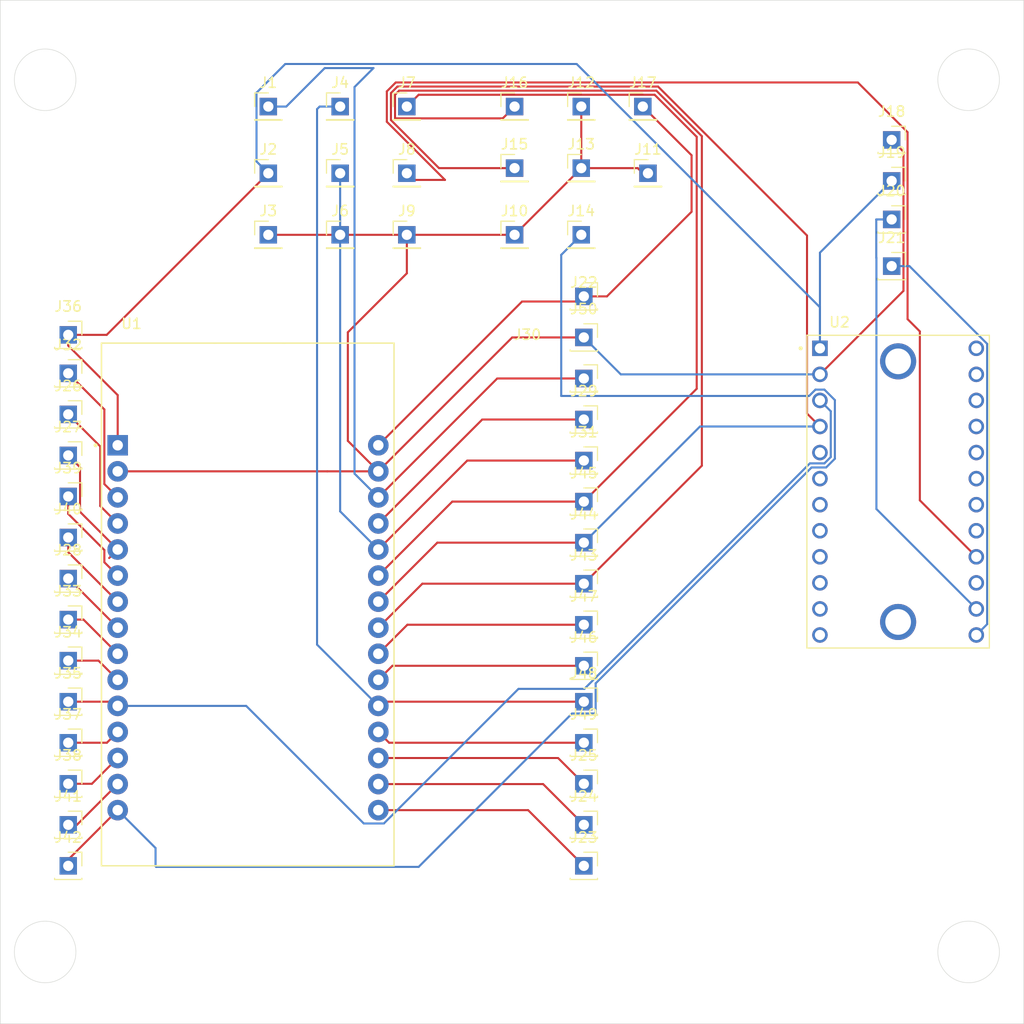
<source format=kicad_pcb>
(kicad_pcb (version 20240108) (generator "pcbnew") (generator_version "8.0")
  (layers (0 "F.Cu" signal) (31 "B.Cu" signal) (34 "B.Paste" user) (35 "F.Paste" user) (36 "B.SilkS" user "B.Silkscreen") (37 "F.SilkS" user "F.Silkscreen") (38 "B.Mask" user) (39 "F.Mask" user) (44 "Edge.Cuts" user))
  (net 0 "")
  (net 1 "Net-(J1-Pin_1)")
  (net 2 "Net-(J19-Pin_1)")
  (net 3 "Net-(J10-Pin_1)")
  (net 4 "Net-(J45-Pin_1)")
  (net 5 "Net-(J8-Pin_1)")
  (net 6 "Net-(J14-Pin_1)")
  (net 7 "Net-(J15-Pin_1)")
  (net 8 "Net-(J16-Pin_1)")
  (net 9 "Net-(J17-Pin_1)")
  (net 10 "Net-(J31-Pin_1)")
  (net 20 "Net-(J23-Pin_1)")
  (net 26 "Net-(J21-Pin_1)")
  (net 27 "Net-(J24-Pin_1)")
  (net 28 "unconnected-(U2-SCL2-Pad14)")
  (net 32 "Net-(J25-Pin_1)")
  (net 33 "Net-(J26-Pin_1)")
  (net 34 "Net-(J27-Pin_1)")
  (net 35 "Net-(J28-Pin_1)")
  (net 36 "Net-(J29-Pin_1)")
  (net 37 "Net-(J32-Pin_1)")
  (net 38 "Net-(J33-Pin_1)")
  (net 39 "Net-(J34-Pin_1)")
  (net 40 "Net-(J35-Pin_1)")
  (net 41 "Net-(J37-Pin_1)")
  (net 42 "Net-(J38-Pin_1)")
  (net 43 "Net-(J39-Pin_1)")
  (net 44 "Net-(J40-Pin_1)")
  (net 46 "Net-(J46-Pin_1)")
  (net 47 "Net-(J47-Pin_1)")
  (net 48 "Net-(J49-Pin_1)")
  (footprint "esp32d2:MODULE_ESP32_DEVKIT_V1" (layer "F.Cu") (at 74.77 96.135)
    (property "Reference" "U1" (at -11.355 -27.36 0) (layer "F.SilkS"))
    (property "Value" "ESP32-DEVKIT-V1")
    (pad "" np_thru_hole circle (at -12.28 -23.475) (size 3 3) (drill 3) (layers "*.Cu" "*.Mask"))
    (pad "" np_thru_hole circle (at -12.28 23.475) (size 3 3) (drill 3) (layers "*.Cu" "*.Mask"))
    (pad "" np_thru_hole circle (at 12.23 -23.475) (size 3 3) (drill 3) (layers "*.Cu" "*.Mask"))
    (pad "" np_thru_hole circle (at 12.23 23.475) (size 3 3) (drill 3) (layers "*.Cu" "*.Mask"))
    (pad "1" thru_hole rect (at -12.7 -15.515) (size 2 2) (drill 1.02) (layers "*.Cu" "*.Mask") (net 2 "Net-(J19-Pin_1)"))
    (pad "2" thru_hole circle (at -12.7 -12.975) (size 2 2) (drill 1.02) (layers "*.Cu" "*.Mask"))
    (pad "3" thru_hole circle (at -12.7 -10.435) (size 2 2) (drill 1.02) (layers "*.Cu" "*.Mask") (net 37 "Net-(J32-Pin_1)"))
    (pad "4" thru_hole circle (at -12.7 -7.895) (size 2 2) (drill 1.02) (layers "*.Cu" "*.Mask") (net 33 "Net-(J26-Pin_1)"))
    (pad "5" thru_hole circle (at -12.7 -5.355) (size 2 2) (drill 1.02) (layers "*.Cu" "*.Mask") (net 34 "Net-(J27-Pin_1)"))
    (pad "6" thru_hole circle (at -12.7 -2.815) (size 2 2) (drill 1.02) (layers "*.Cu" "*.Mask") (net 43 "Net-(J39-Pin_1)"))
    (pad "7" thru_hole circle (at -12.7 -0.275) (size 2 2) (drill 1.02) (layers "*.Cu" "*.Mask") (net 44 "Net-(J40-Pin_1)"))
    (pad "8" thru_hole circle (at -12.7 2.265) (size 2 2) (drill 1.02) (layers "*.Cu" "*.Mask") (net 35 "Net-(J28-Pin_1)"))
    (pad "9" thru_hole circle (at -12.7 4.805) (size 2 2) (drill 1.02) (layers "*.Cu" "*.Mask") (net 38 "Net-(J33-Pin_1)"))
    (pad "10" thru_hole circle (at -12.7 7.345) (size 2 2) (drill 1.02) (layers "*.Cu" "*.Mask") (net 39 "Net-(J34-Pin_1)"))
    (pad "11" thru_hole circle (at -12.7 9.885) (size 2 2) (drill 1.02) (layers "*.Cu" "*.Mask") (net 40 "Net-(J35-Pin_1)"))
    (pad "12" thru_hole circle (at -12.7 12.425) (size 2 2) (drill 1.02) (layers "*.Cu" "*.Mask") (net 41 "Net-(J37-Pin_1)"))
    (pad "13" thru_hole circle (at -12.7 14.965) (size 2 2) (drill 1.02) (layers "*.Cu" "*.Mask") (net 42 "Net-(J38-Pin_1)"))
    (pad "14" thru_hole circle (at -12.7 17.505) (size 2 2) (drill 1.02) (layers "*.Cu" "*.Mask") (net 7 "Net-(J15-Pin_1)"))
    (pad "15" thru_hole circle (at -12.7 20.045) (size 2 2) (drill 1.02) (layers "*.Cu" "*.Mask") (net 6 "Net-(J14-Pin_1)"))
    (pad "16" thru_hole circle (at 12.7 20.045) (size 2 2) (drill 1.02) (layers "*.Cu" "*.Mask") (net 20 "Net-(J23-Pin_1)"))
    (pad "17" thru_hole circle (at 12.7 17.505) (size 2 2) (drill 1.02) (layers "*.Cu" "*.Mask") (net 27 "Net-(J24-Pin_1)"))
    (pad "18" thru_hole circle (at 12.7 14.965) (size 2 2) (drill 1.02) (layers "*.Cu" "*.Mask") (net 32 "Net-(J25-Pin_1)"))
    (pad "19" thru_hole circle (at 12.7 12.425) (size 2 2) (drill 1.02) (layers "*.Cu" "*.Mask") (net 48 "Net-(J49-Pin_1)"))
    (pad "20" thru_hole circle (at 12.7 9.885) (size 2 2) (drill 1.02) (layers "*.Cu" "*.Mask") (net 3 "Net-(J10-Pin_1)"))
    (pad "21" thru_hole circle (at 12.7 7.345) (size 2 2) (drill 1.02) (layers "*.Cu" "*.Mask") (net 46 "Net-(J46-Pin_1)"))
    (pad "22" thru_hole circle (at 12.7 4.805) (size 2 2) (drill 1.02) (layers "*.Cu" "*.Mask") (net 47 "Net-(J47-Pin_1)"))
    (pad "23" thru_hole circle (at 12.7 2.265) (size 2 2) (drill 1.02) (layers "*.Cu" "*.Mask") (net 8 "Net-(J16-Pin_1)"))
    (pad "24" thru_hole circle (at 12.7 -0.275) (size 2 2) (drill 1.02) (layers "*.Cu" "*.Mask") (net 7 "Net-(J15-Pin_1)"))
    (pad "25" thru_hole circle (at 12.7 -2.815) (size 2 2) (drill 1.02) (layers "*.Cu" "*.Mask") (net 4 "Net-(J45-Pin_1)"))
    (pad "26" thru_hole circle (at 12.7 -5.355) (size 2 2) (drill 1.02) (layers "*.Cu" "*.Mask") (net 10 "Net-(J31-Pin_1)"))
    (pad "27" thru_hole circle (at 12.7 -7.895) (size 2 2) (drill 1.02) (layers "*.Cu" "*.Mask") (net 36 "Net-(J29-Pin_1)"))
    (pad "28" thru_hole circle (at 12.7 -10.435) (size 2 2) (drill 1.02) (layers "*.Cu" "*.Mask") (net 1 "Net-(J1-Pin_1)"))
    (pad "29" thru_hole circle (at 12.7 -12.975) (size 2 2) (drill 1.02) (layers "*.Cu" "*.Mask") (net 3 "Net-(J10-Pin_1)"))
    (pad "30" thru_hole circle (at 12.7 -15.515) (size 2 2) (drill 1.02) (layers "*.Cu" "*.Mask") (net 9 "Net-(J17-Pin_1)"))
  )
  (footprint "Connector_PinSocket_2.54mm:PinSocket_1x01_P2.54mm_Vertical" (layer "F.Cu") (at 57.25 85.61)
    (property "Reference" "J39" (at 0 -2.77 0) (layer "F.SilkS"))
    (property "Value" "Conn_01x01_Pin" (hide yes))
    (pad "1" thru_hole rect (at 0 0) (size 1.7 1.7) (drill 1) (layers "*.Cu" "*.Mask") (net 43 "Net-(J39-Pin_1)"))
  )
  (footprint "Connector_PinHeader_2.54mm:PinHeader_1x01_P2.54mm_Vertical" (layer "F.Cu") (at 100.75 60.11)
    (property "Reference" "J10" (at 0 -2.33 0) (layer "F.SilkS"))
    (property "Value" "GND")
    (pad "1" thru_hole rect (at 0 0) (size 1.7 1.7) (drill 1) (layers "*.Cu" "*.Mask") (net 3 "Net-(J10-Pin_1)"))
  )
  (footprint "Connector_PinHeader_2.54mm:PinHeader_1x01_P2.54mm_Vertical" (layer "F.Cu") (at 113.75 54.11)
    (property "Reference" "J11" (at 0 -2.33 0) (layer "F.SilkS"))
    (property "Value" "GND")
    (pad "1" thru_hole rect (at 0 0) (size 1.7 1.7) (drill 1) (layers "*.Cu" "*.Mask") (net 3 "Net-(J10-Pin_1)"))
  )
  (footprint "Connector_PinSocket_2.54mm:PinSocket_1x01_P2.54mm_Vertical" (layer "F.Cu") (at 107.5 78.11)
    (property "Reference" "J29" (at 0 -2.77 0) (layer "F.SilkS"))
    (property "Value" "Conn_01x01_Pin")
    (pad "1" thru_hole rect (at 0 0) (size 1.7 1.7) (drill 1) (layers "*.Cu" "*.Mask") (net 36 "Net-(J29-Pin_1)"))
  )
  (footprint "Connector_PinHeader_2.54mm:PinHeader_1x01_P2.54mm_Vertical" (layer "F.Cu") (at 100.75 47.61)
    (property "Reference" "J16" (at 0 -2.33 0) (layer "F.SilkS"))
    (property "Value" "D25/DAC1")
    (pad "1" thru_hole rect (at 0 0) (size 1.7 1.7) (drill 1) (layers "*.Cu" "*.Mask") (net 8 "Net-(J16-Pin_1)"))
  )
  (footprint "Connector_PinSocket_2.54mm:PinSocket_1x01_P2.54mm_Vertical" (layer "F.Cu") (at 57.25 121.61)
    (property "Reference" "J42" (at 0 -2.77 0) (layer "F.SilkS"))
    (property "Value" "Conn_01x01_Pin" (hide yes))
    (pad "1" thru_hole rect (at 0 0) (size 1.7 1.7) (drill 1) (layers "*.Cu" "*.Mask") (net 6 "Net-(J14-Pin_1)"))
  )
  (footprint "Connector_PinSocket_2.54mm:PinSocket_1x01_P2.54mm_Vertical" (layer "F.Cu") (at 107.5 74.11)
    (property "Reference" "J30" (at -5.5 -4.27 0) (layer "F.SilkS"))
    (property "Value" "Conn_01x01_Pin" (hide yes))
    (pad "1" thru_hole rect (at 0 0) (size 1.7 1.7) (drill 1) (layers "*.Cu" "*.Mask") (net 1 "Net-(J1-Pin_1)"))
  )
  (footprint "Connector_PinHeader_2.54mm:PinHeader_1x01_P2.54mm_Vertical" (layer "F.Cu") (at 90.25 54.11)
    (property "Reference" "J8" (at 0 -2.33 0) (layer "F.SilkS"))
    (property "Value" "SCL")
    (pad "1" thru_hole rect (at 0 0) (size 1.7 1.7) (drill 1) (layers "*.Cu" "*.Mask") (net 5 "Net-(J8-Pin_1)"))
  )
  (footprint "Connector_PinSocket_2.54mm:PinSocket_1x01_P2.54mm_Vertical" (layer "F.Cu") (at 57.25 69.86)
    (property "Reference" "J36" (at 0 -2.77 0) (layer "F.SilkS"))
    (property "Value" "Conn_01x01_Pin")
    (pad "1" thru_hole rect (at 0 0) (size 1.7 1.7) (drill 1) (layers "*.Cu" "*.Mask") (net 2 "Net-(J19-Pin_1)"))
  )
  (footprint "Connector_PinSocket_2.54mm:PinSocket_1x01_P2.54mm_Vertical" (layer "F.Cu") (at 107.5 113.61)
    (property "Reference" "J25" (at 0 -2.77 0) (layer "F.SilkS"))
    (property "Value" "Conn_01x01_Pin")
    (pad "1" thru_hole rect (at 0 0) (size 1.7 1.7) (drill 1) (layers "*.Cu" "*.Mask") (net 32 "Net-(J25-Pin_1)"))
  )
  (footprint "Connector_PinSocket_2.54mm:PinSocket_1x01_P2.54mm_Vertical" (layer "F.Cu") (at 107.5 90.11)
    (property "Reference" "J44" (at 0 -2.77 0) (layer "F.SilkS"))
    (property "Value" "Conn_01x01_Pin")
    (pad "1" thru_hole rect (at 0 0) (size 1.7 1.7) (drill 1) (layers "*.Cu" "*.Mask") (net 7 "Net-(J15-Pin_1)"))
  )
  (footprint "Connector_PinHeader_2.54mm:PinHeader_1x01_P2.54mm_Vertical" (layer "F.Cu") (at 90.25 47.61)
    (property "Reference" "J7" (at 0 -2.33 0) (layer "F.SilkS"))
    (property "Value" "D27")
    (pad "1" thru_hole rect (at 0 0) (size 1.7 1.7) (drill 1) (layers "*.Cu" "*.Mask") (net 4 "Net-(J45-Pin_1)"))
  )
  (footprint "Connector_PinSocket_2.54mm:PinSocket_1x01_P2.54mm_Vertical" (layer "F.Cu") (at 57.25 97.61)
    (property "Reference" "J33" (at 0 -2.77 0) (layer "F.SilkS"))
    (property "Value" "Conn_01x01_Pin" (hide yes))
    (pad "1" thru_hole rect (at 0 0) (size 1.7 1.7) (drill 1) (layers "*.Cu" "*.Mask") (net 38 "Net-(J33-Pin_1)"))
  )
  (footprint "Connector_PinSocket_2.54mm:PinSocket_1x01_P2.54mm_Vertical" (layer "F.Cu") (at 57.25 105.61)
    (property "Reference" "J35" (at 0 -2.77 0) (layer "F.SilkS"))
    (property "Value" "Conn_01x01_Pin" (hide yes))
    (pad "1" thru_hole rect (at 0 0) (size 1.7 1.7) (drill 1) (layers "*.Cu" "*.Mask") (net 40 "Net-(J35-Pin_1)"))
  )
  (footprint "Connector_PinHeader_2.54mm:PinHeader_1x01_P2.54mm_Vertical" (layer "F.Cu") (at 90.25 60.11)
    (property "Reference" "J9" (at 0 -2.33 0) (layer "F.SilkS"))
    (property "Value" "GND")
    (pad "1" thru_hole rect (at 0 0) (size 1.7 1.7) (drill 1) (layers "*.Cu" "*.Mask") (net 3 "Net-(J10-Pin_1)"))
  )
  (footprint "2717:MODULE_2717" (layer "F.Cu") (at 138.13 85.14)
    (property "Reference" "U2" (at -5.715 -16.51 0) (layer "F.SilkS"))
    (property "Value" "2717")
    (pad "1" thru_hole rect (at -7.62 -13.97) (size 1.508 1.508) (drill 1) (layers "*.Cu" "*.Mask") (net 2 "Net-(J19-Pin_1)"))
    (pad "2" thru_hole circle (at -7.62 -11.43) (size 1.508 1.508) (drill 1) (layers "*.Cu" "*.Mask") (net 3 "Net-(J10-Pin_1)"))
    (pad "3" thru_hole circle (at -7.62 -8.89) (size 1.508 1.508) (drill 1) (layers "*.Cu" "*.Mask") (net 40 "Net-(J35-Pin_1)"))
    (pad "4" thru_hole circle (at -7.62 -6.35) (size 1.508 1.508) (drill 1) (layers "*.Cu" "*.Mask") (net 7 "Net-(J15-Pin_1)"))
    (pad "5" thru_hole circle (at -7.62 -3.81) (size 1.508 1.508) (drill 1) (layers "*.Cu" "*.Mask"))
    (pad "6" thru_hole circle (at -7.62 -1.27) (size 1.508 1.508) (drill 1) (layers "*.Cu" "*.Mask"))
    (pad "7" thru_hole circle (at -7.62 1.27) (size 1.508 1.508) (drill 1) (layers "*.Cu" "*.Mask"))
    (pad "8" thru_hole circle (at -7.62 3.81) (size 1.508 1.508) (drill 1) (layers "*.Cu" "*.Mask"))
    (pad "9" thru_hole circle (at -7.62 6.35) (size 1.508 1.508) (drill 1) (layers "*.Cu" "*.Mask"))
    (pad "10" thru_hole circle (at -7.62 8.89) (size 1.508 1.508) (drill 1) (layers "*.Cu" "*.Mask"))
    (pad "11" thru_hole circle (at -7.62 11.43) (size 1.508 1.508) (drill 1) (layers "*.Cu" "*.Mask"))
    (pad "12" thru_hole circle (at -7.62 13.97) (size 1.508 1.508) (drill 1) (layers "*.Cu" "*.Mask"))
    (pad "13" thru_hole circle (at 7.62 13.97) (size 1.508 1.508) (drill 1) (layers "*.Cu" "*.Mask") (net 26 "Net-(J21-Pin_1)"))
    (pad "14" thru_hole circle (at 7.62 11.43) (size 1.508 1.508) (drill 1) (layers "*.Cu" "*.Mask") (net 28 "unconnected-(U2-SCL2-Pad14)"))
    (pad "15" thru_hole circle (at 7.62 8.89) (size 1.508 1.508) (drill 1) (layers "*.Cu" "*.Mask"))
    (pad "16" thru_hole circle (at 7.62 6.35) (size 1.508 1.508) (drill 1) (layers "*.Cu" "*.Mask") (net 5 "Net-(J8-Pin_1)"))
    (pad "17" thru_hole circle (at 7.62 3.81) (size 1.508 1.508) (drill 1) (layers "*.Cu" "*.Mask"))
    (pad "18" thru_hole circle (at 7.62 1.27) (size 1.508 1.508) (drill 1) (layers "*.Cu" "*.Mask"))
    (pad "19" thru_hole circle (at 7.62 -1.27) (size 1.508 1.508) (drill 1) (layers "*.Cu" "*.Mask"))
    (pad "20" thru_hole circle (at 7.62 -3.81) (size 1.508 1.508) (drill 1) (layers "*.Cu" "*.Mask"))
    (pad "21" thru_hole circle (at 7.62 -6.35) (size 1.508 1.508) (drill 1) (layers "*.Cu" "*.Mask"))
    (pad "22" thru_hole circle (at 7.62 -8.89) (size 1.508 1.508) (drill 1) (layers "*.Cu" "*.Mask"))
    (pad "23" thru_hole circle (at 7.62 -11.43) (size 1.508 1.508) (drill 1) (layers "*.Cu" "*.Mask"))
    (pad "24" thru_hole circle (at 7.62 -13.97) (size 1.508 1.508) (drill 1) (layers "*.Cu" "*.Mask"))
    (pad "P1" thru_hole circle (at 0 -12.7) (size 3.516 3.516) (drill 2.5) (layers "*.Cu" "*.Mask"))
    (pad "P2" thru_hole circle (at 0 12.7) (size 3.516 3.516) (drill 2.5) (layers "*.Cu" "*.Mask"))
  )
  (footprint "Connector_PinHeader_2.54mm:PinHeader_1x01_P2.54mm_Vertical" (layer "F.Cu") (at 107.25 53.61)
    (property "Reference" "J13" (at 0 -2.33 0) (layer "F.SilkS"))
    (property "Value" "GND")
    (pad "1" thru_hole rect (at 0 0) (size 1.7 1.7) (drill 1) (layers "*.Cu" "*.Mask") (net 3 "Net-(J10-Pin_1)"))
  )
  (footprint "Connector_PinSocket_2.54mm:PinSocket_1x01_P2.54mm_Vertical" (layer "F.Cu") (at 107.5 94.11)
    (property "Reference" "J43" (at 0 -2.77 0) (layer "F.SilkS"))
    (property "Value" "Conn_01x01_Pin")
    (pad "1" thru_hole rect (at 0 0) (size 1.7 1.7) (drill 1) (layers "*.Cu" "*.Mask") (net 8 "Net-(J16-Pin_1)"))
  )
  (footprint "Connector_PinSocket_2.54mm:PinSocket_1x01_P2.54mm_Vertical" (layer "F.Cu") (at 107.5 82.11)
    (property "Reference" "J31" (at 0 -2.77 0) (layer "F.SilkS"))
    (property "Value" "Conn_01x01_Pin")
    (pad "1" thru_hole rect (at 0 0) (size 1.7 1.7) (drill 1) (layers "*.Cu" "*.Mask") (net 10 "Net-(J31-Pin_1)"))
  )
  (footprint "Connector_PinSocket_2.54mm:PinSocket_1x01_P2.54mm_Vertical" (layer "F.Cu") (at 107.5 70.11)
    (property "Reference" "J50" (at 0 -2.77 0) (layer "F.SilkS"))
    (property "Value" "Conn_01x01_Pin")
    (pad "1" thru_hole rect (at 0 0) (size 1.7 1.7) (drill 1) (layers "*.Cu" "*.Mask") (net 3 "Net-(J10-Pin_1)"))
  )
  (footprint "Connector_PinSocket_2.54mm:PinSocket_1x01_P2.54mm_Vertical" (layer "F.Cu") (at 137.5 50.86)
    (property "Reference" "J18" (at 0 -2.77 0) (layer "F.SilkS"))
    (property "Value" "DISP GND")
    (pad "1" thru_hole rect (at 0 0) (size 1.7 1.7) (drill 1) (layers "*.Cu" "*.Mask") (net 3 "Net-(J10-Pin_1)"))
  )
  (footprint "Connector_PinSocket_2.54mm:PinSocket_1x01_P2.54mm_Vertical" (layer "F.Cu") (at 57.25 73.61)
    (property "Reference" "J32" (at 0 -2.77 0) (layer "F.SilkS"))
    (property "Value" "Conn_01x01_Pin")
    (pad "1" thru_hole rect (at 0 0) (size 1.7 1.7) (drill 1) (layers "*.Cu" "*.Mask") (net 37 "Net-(J32-Pin_1)"))
  )
  (footprint "Connector_PinSocket_2.54mm:PinSocket_1x01_P2.54mm_Vertical" (layer "F.Cu") (at 57.25 93.61)
    (property "Reference" "J28" (at 0 -2.77 0) (layer "F.SilkS"))
    (property "Value" "Conn_01x01_Pin" (hide yes))
    (pad "1" thru_hole rect (at 0 0) (size 1.7 1.7) (drill 1) (layers "*.Cu" "*.Mask") (net 35 "Net-(J28-Pin_1)"))
  )
  (footprint "Connector_PinSocket_2.54mm:PinSocket_1x01_P2.54mm_Vertical" (layer "F.Cu") (at 57.25 109.61)
    (property "Reference" "J37" (at 0 -2.77 0) (layer "F.SilkS"))
    (property "Value" "Conn_01x01_Pin" (hide yes))
    (pad "1" thru_hole rect (at 0 0) (size 1.7 1.7) (drill 1) (layers "*.Cu" "*.Mask") (net 41 "Net-(J37-Pin_1)"))
  )
  (footprint "Connector_PinHeader_2.54mm:PinHeader_1x01_P2.54mm_Vertical" (layer "F.Cu") (at 76.75 47.61)
    (property "Reference" "J1" (at 0 -2.33 0) (layer "F.SilkS"))
    (property "Value" "D13")
    (pad "1" thru_hole rect (at 0 0) (size 1.7 1.7) (drill 1) (layers "*.Cu" "*.Mask") (net 1 "Net-(J1-Pin_1)"))
  )
  (footprint "Connector_PinSocket_2.54mm:PinSocket_1x01_P2.54mm_Vertical" (layer "F.Cu") (at 57.25 77.61)
    (property "Reference" "J26" (at 0 -2.77 0) (layer "F.SilkS"))
    (property "Value" "Conn_01x01_Pin" (hide yes))
    (pad "1" thru_hole rect (at 0 0) (size 1.7 1.7) (drill 1) (layers "*.Cu" "*.Mask") (net 33 "Net-(J26-Pin_1)"))
  )
  (footprint "Connector_PinSocket_2.54mm:PinSocket_1x01_P2.54mm_Vertical" (layer "F.Cu") (at 137.5 63.16)
    (property "Reference" "J21" (at 0 -2.77 0) (layer "F.SilkS"))
    (property "Value" "DISP SDA")
    (pad "1" thru_hole rect (at 0 0) (size 1.7 1.7) (drill 1) (layers "*.Cu" "*.Mask") (net 26 "Net-(J21-Pin_1)"))
  )
  (footprint "Connector_PinHeader_2.54mm:PinHeader_1x01_P2.54mm_Vertical" (layer "F.Cu") (at 76.75 54.11)
    (property "Reference" "J2" (at 0 -2.33 0) (layer "F.SilkS"))
    (property "Value" "VCC")
    (pad "1" thru_hole rect (at 0 0) (size 1.7 1.7) (drill 1) (layers "*.Cu" "*.Mask") (net 2 "Net-(J19-Pin_1)"))
  )
  (footprint "Connector_PinSocket_2.54mm:PinSocket_1x01_P2.54mm_Vertical" (layer "F.Cu") (at 107.5 102.11)
    (property "Reference" "J46" (at 0 -2.77 0) (layer "F.SilkS"))
    (property "Value" "Conn_01x01_Pin")
    (pad "1" thru_hole rect (at 0 0) (size 1.7 1.7) (drill 1) (layers "*.Cu" "*.Mask") (net 46 "Net-(J46-Pin_1)"))
  )
  (footprint "Connector_PinSocket_2.54mm:PinSocket_1x01_P2.54mm_Vertical" (layer "F.Cu") (at 107.5 117.61)
    (property "Reference" "J24" (at 0 -2.77 0) (layer "F.SilkS"))
    (property "Value" "Conn_01x01_Pin")
    (pad "1" thru_hole rect (at 0 0) (size 1.7 1.7) (drill 1) (layers "*.Cu" "*.Mask") (net 27 "Net-(J24-Pin_1)"))
  )
  (footprint "Connector_PinSocket_2.54mm:PinSocket_1x01_P2.54mm_Vertical" (layer "F.Cu") (at 57.25 81.61)
    (property "Reference" "J27" (at 0 -2.77 0) (layer "F.SilkS"))
    (property "Value" "Conn_01x01_Pin" (hide yes))
    (pad "1" thru_hole rect (at 0 0) (size 1.7 1.7) (drill 1) (layers "*.Cu" "*.Mask") (net 34 "Net-(J27-Pin_1)"))
  )
  (footprint "Connector_PinHeader_2.54mm:PinHeader_1x01_P2.54mm_Vertical" (layer "F.Cu") (at 83.75 54.11)
    (property "Reference" "J5" (at 0 -2.33 0) (layer "F.SilkS"))
    (property "Value" "D14")
    (pad "1" thru_hole rect (at 0 0) (size 1.7 1.7) (drill 1) (layers "*.Cu" "*.Mask") (net 10 "Net-(J31-Pin_1)"))
  )
  (footprint "Connector_PinSocket_2.54mm:PinSocket_1x01_P2.54mm_Vertical" (layer "F.Cu") (at 107.5 121.61)
    (property "Reference" "J23" (at 0 -2.77 0) (layer "F.SilkS"))
    (property "Value" "Conn_01x01_Pin")
    (pad "1" thru_hole rect (at 0 0) (size 1.7 1.7) (drill 1) (layers "*.Cu" "*.Mask") (net 20 "Net-(J23-Pin_1)"))
  )
  (footprint "Connector_PinSocket_2.54mm:PinSocket_1x01_P2.54mm_Vertical" (layer "F.Cu") (at 107.5 109.61)
    (property "Reference" "J49" (at 0 -2.77 0) (layer "F.SilkS"))
    (property "Value" "Conn_01x01_Pin")
    (pad "1" thru_hole rect (at 0 0) (size 1.7 1.7) (drill 1) (layers "*.Cu" "*.Mask") (net 48 "Net-(J49-Pin_1)"))
  )
  (footprint "Connector_PinHeader_2.54mm:PinHeader_1x01_P2.54mm_Vertical" (layer "F.Cu") (at 83.75 60.11)
    (property "Reference" "J6" (at 0 -2.33 0) (layer "F.SilkS"))
    (property "Value" "GND")
    (pad "1" thru_hole rect (at 0 0) (size 1.7 1.7) (drill 1) (layers "*.Cu" "*.Mask") (net 3 "Net-(J10-Pin_1)"))
  )
  (footprint "Connector_PinHeader_2.54mm:PinHeader_1x01_P2.54mm_Vertical" (layer "F.Cu") (at 100.75 53.61)
    (property "Reference" "J15" (at 0 -2.33 0) (layer "F.SilkS"))
    (property "Value" "D26/DAC2")
    (pad "1" thru_hole rect (at 0 0) (size 1.7 1.7) (drill 1) (layers "*.Cu" "*.Mask") (net 7 "Net-(J15-Pin_1)"))
  )
  (footprint "Connector_PinHeader_2.54mm:PinHeader_1x01_P2.54mm_Vertical" (layer "F.Cu") (at 113.25 47.61)
    (property "Reference" "J17" (at 0 -2.33 0) (layer "F.SilkS"))
    (property "Value" "VIN")
    (pad "1" thru_hole rect (at 0 0) (size 1.7 1.7) (drill 1) (layers "*.Cu" "*.Mask") (net 9 "Net-(J17-Pin_1)"))
  )
  (footprint "Connector_PinHeader_2.54mm:PinHeader_1x01_P2.54mm_Vertical" (layer "F.Cu") (at 107.25 47.61)
    (property "Reference" "J12" (at 0 -2.33 0) (layer "F.SilkS"))
    (property "Value" "GND")
    (pad "1" thru_hole rect (at 0 0) (size 1.7 1.7) (drill 1) (layers "*.Cu" "*.Mask") (net 3 "Net-(J10-Pin_1)"))
  )
  (footprint "Connector_PinSocket_2.54mm:PinSocket_1x01_P2.54mm_Vertical" (layer "F.Cu") (at 57.25 117.61)
    (property "Reference" "J41" (at 0 -2.77 0) (layer "F.SilkS"))
    (property "Value" "Conn_01x01_Pin" (hide yes))
    (pad "1" thru_hole rect (at 0 0) (size 1.7 1.7) (drill 1) (layers "*.Cu" "*.Mask") (net 7 "Net-(J15-Pin_1)"))
  )
  (footprint "Connector_PinSocket_2.54mm:PinSocket_1x01_P2.54mm_Vertical" (layer "F.Cu") (at 107.5 86.11)
    (property "Reference" "J45" (at 0 -2.77 0) (layer "F.SilkS"))
    (property "Value" "Conn_01x01_Pin")
    (pad "1" thru_hole rect (at 0 0) (size 1.7 1.7) (drill 1) (layers "*.Cu" "*.Mask") (net 4 "Net-(J45-Pin_1)"))
  )
  (footprint "Connector_PinSocket_2.54mm:PinSocket_1x01_P2.54mm_Vertical" (layer "F.Cu") (at 57.25 89.61)
    (property "Reference" "J40" (at 0 -2.77 0) (layer "F.SilkS"))
    (property "Value" "Conn_01x01_Pin" (hide yes))
    (pad "1" thru_hole rect (at 0 0) (size 1.7 1.7) (drill 1) (layers "*.Cu" "*.Mask") (net 44 "Net-(J40-Pin_1)"))
  )
  (footprint "Connector_PinHeader_2.54mm:PinHeader_1x01_P2.54mm_Vertical" (layer "F.Cu") (at 83.75 47.61)
    (property "Reference" "J4" (at 0 -2.33 0) (layer "F.SilkS"))
    (property "Value" "D35 ADC")
    (pad "1" thru_hole rect (at 0 0) (size 1.7 1.7) (drill 1) (layers "*.Cu" "*.Mask") (net 3 "Net-(J10-Pin_1)"))
  )
  (footprint "Connector_PinHeader_2.54mm:PinHeader_1x01_P2.54mm_Vertical" (layer "F.Cu") (at 107.25 60.11)
    (property "Reference" "J14" (at 0 -2.33 0) (layer "F.SilkS"))
    (property "Value" "D23")
    (pad "1" thru_hole rect (at 0 0) (size 1.7 1.7) (drill 1) (layers "*.Cu" "*.Mask") (net 6 "Net-(J14-Pin_1)"))
  )
  (footprint "Connector_PinHeader_2.54mm:PinHeader_1x01_P2.54mm_Vertical" (layer "F.Cu") (at 76.75 60.11)
    (property "Reference" "J3" (at 0 -2.33 0) (layer "F.SilkS"))
    (property "Value" "GND")
    (pad "1" thru_hole rect (at 0 0) (size 1.7 1.7) (drill 1) (layers "*.Cu" "*.Mask") (net 3 "Net-(J10-Pin_1)"))
  )
  (footprint "Connector_PinSocket_2.54mm:PinSocket_1x01_P2.54mm_Vertical" (layer "F.Cu") (at 107.5 105.61)
    (property "Reference" "J48" (at 0 -2.77 0) (layer "F.SilkS"))
    (property "Value" "Conn_01x01_Pin")
    (pad "1" thru_hole rect (at 0 0) (size 1.7 1.7) (drill 1) (layers "*.Cu" "*.Mask") (net 3 "Net-(J10-Pin_1)"))
  )
  (footprint "Connector_PinSocket_2.54mm:PinSocket_1x01_P2.54mm_Vertical" (layer "F.Cu") (at 57.25 101.61)
    (property "Reference" "J34" (at 0 -2.77 0) (layer "F.SilkS"))
    (property "Value" "Conn_01x01_Pin" (hide yes))
    (pad "1" thru_hole rect (at 0 0) (size 1.7 1.7) (drill 1) (layers "*.Cu" "*.Mask") (net 39 "Net-(J34-Pin_1)"))
  )
  (footprint "Connector_PinSocket_2.54mm:PinSocket_1x01_P2.54mm_Vertical" (layer "F.Cu") (at 137.5 58.61)
    (property "Reference" "J20" (at 0 -2.77 0) (layer "F.SilkS"))
    (property "Value" "DISP SCL")
    (pad "1" thru_hole rect (at 0 0) (size 1.7 1.7) (drill 1) (layers "*.Cu" "*.Mask"))
  )
  (footprint "Connector_PinSocket_2.54mm:PinSocket_1x01_P2.54mm_Vertical" (layer "F.Cu") (at 57.25 113.61)
    (property "Reference" "J38" (at 0 -2.77 0) (layer "F.SilkS"))
    (property "Value" "Conn_01x01_Pin" (hide yes))
    (pad "1" thru_hole rect (at 0 0) (size 1.7 1.7) (drill 1) (layers "*.Cu" "*.Mask") (net 42 "Net-(J38-Pin_1)"))
  )
  (footprint "Connector_PinSocket_2.54mm:PinSocket_1x01_P2.54mm_Vertical" (layer "F.Cu") (at 107.5 66.11)
    (property "Reference" "J22" (at 0 -1.36 0) (layer "F.SilkS"))
    (property "Value" "Conn_01x01_Pin")
    (pad "1" thru_hole rect (at 0 0) (size 1.7 1.7) (drill 1) (layers "*.Cu" "*.Mask") (net 9 "Net-(J17-Pin_1)"))
  )
  (footprint "Connector_PinSocket_2.54mm:PinSocket_1x01_P2.54mm_Vertical" (layer "F.Cu") (at 137.5 54.86)
    (property "Reference" "J19" (at 0 -2.77 0) (layer "F.SilkS"))
    (property "Value" "DISP VCC")
    (pad "1" thru_hole rect (at 0 0) (size 1.7 1.7) (drill 1) (layers "*.Cu" "*.Mask") (net 2 "Net-(J19-Pin_1)"))
  )
  (footprint "Connector_PinSocket_2.54mm:PinSocket_1x01_P2.54mm_Vertical" (layer "F.Cu") (at 107.5 98.11)
    (property "Reference" "J47" (at 0 -2.77 0) (layer "F.SilkS"))
    (property "Value" "Conn_01x01_Pin")
    (pad "1" thru_hole rect (at 0 0) (size 1.7 1.7) (drill 1) (layers "*.Cu" "*.Mask") (net 47 "Net-(J47-Pin_1)"))
  )
  (gr_line (start 136 62.36) (end 136 58.61) (stroke (width 0.2)) (layer "B.Cu") (net 28))
  (gr_line (start 137.5 58.61) (end 136 58.61) (stroke (width 0.2)) (layer "B.Cu") (net 28))
  (gr_circle (center 55 45) (end 58 45) (stroke (width 0.05)) (fill none) (layer "Edge.Cuts"))
  (gr_rect (start 50.625 37.25) (end 150.375 137) (stroke (width 0.05)) (fill none) (layer "Edge.Cuts"))
  (gr_circle (center 145 45) (end 148 45) (stroke (width 0.05)) (fill none) (layer "Edge.Cuts"))
  (gr_circle (center 145 130) (end 148 130) (stroke (width 0.05)) (fill none) (layer "Edge.Cuts"))
  (gr_circle (center 55 130) (end 58 130) (stroke (width 0.05)) (fill none) (layer "Edge.Cuts"))
  (segment (start 107.5 74.11) (end 99.06 74.11) (width 0.2) (layer "F.Cu") (net 1))
  (segment (start 99.06 74.11) (end 87.47 85.7) (width 0.2) (layer "F.Cu") (net 1))
  (segment (start 76.75 47.61) (end 78.5 47.61) (width 0.2) (layer "B.Cu") (net 1))
  (segment (start 78.5 47.61) (end 82.25 43.86) (width 0.2) (layer "B.Cu") (net 1))
  (segment (start 85.15 45.71) (end 85.15 83.38) (width 0.2) (layer "B.Cu") (net 1))
  (segment (start 82.25 43.86) (end 87 43.86) (width 0.2) (layer "B.Cu") (net 1))
  (segment (start 85.15 83.38) (end 87.47 85.7) (width 0.2) (layer "B.Cu") (net 1))
  (segment (start 87 43.86) (end 85.15 45.71) (width 0.2) (layer "B.Cu") (net 1))
  (segment (start 57.25 70.91) (end 62.07 75.73) (width 0.2) (layer "F.Cu") (net 2))
  (segment (start 57.25 69.86) (end 57.25 70.91) (width 0.2) (layer "F.Cu") (net 2))
  (segment (start 57.25 69.86) (end 61 69.86) (width 0.2) (layer "F.Cu") (net 2))
  (segment (start 61 69.86) (end 76.75 54.11) (width 0.2) (layer "F.Cu") (net 2))
  (segment (start 62.07 75.73) (end 62.07 80.62) (width 0.2) (layer "F.Cu") (net 2))
  (segment (start 130.51 67.17) (end 106.8 43.46) (width 0.2) (layer "B.Cu") (net 2))
  (segment (start 75.6 52.96) (end 76.75 54.11) (width 0.2) (layer "B.Cu") (net 2))
  (segment (start 78.4 43.46) (end 75.6 46.26) (width 0.2) (layer "B.Cu") (net 2))
  (segment (start 130.51 71.17) (end 130.51 67.17) (width 0.2) (layer "B.Cu") (net 2))
  (segment (start 75.6 46.26) (end 75.6 52.96) (width 0.2) (layer "B.Cu") (net 2))
  (segment (start 130.51 61.85) (end 130.51 71.17) (width 0.2) (layer "B.Cu") (net 2))
  (segment (start 137.5 54.86) (end 130.51 61.85) (width 0.2) (layer "B.Cu") (net 2))
  (segment (start 106.8 43.46) (end 78.4 43.46) (width 0.2) (layer "B.Cu") (net 2))
  (segment (start 84.5 69.61) (end 84.5 80.19) (width 0.2) (layer "F.Cu") (net 3))
  (segment (start 112.75 53.61) (end 107.25 53.61) (width 0.2) (layer "F.Cu") (net 3))
  (segment (start 83.75 60.11) (end 76.75 60.11) (width 0.2) (layer "F.Cu") (net 3))
  (segment (start 82.5 83.16) (end 62.07 83.16) (width 0.2) (layer "F.Cu") (net 3))
  (segment (start 87.47 83.16) (end 82.5 83.16) (width 0.2) (layer "F.Cu") (net 3))
  (segment (start 87.88 105.61) (end 87.47 106.02) (width 0.2) (layer "F.Cu") (net 3))
  (segment (start 107.25 53.61) (end 100.75 60.11) (width 0.2) (layer "F.Cu") (net 3))
  (segment (start 107.25 47.61) (end 107.25 53.61) (width 0.2) (layer "F.Cu") (net 3))
  (segment (start 113.25 54.11) (end 112.75 53.61) (width 0.2) (layer "F.Cu") (net 3))
  (segment (start 107.5 105.61) (end 87.88 105.61) (width 0.2) (layer "F.Cu") (net 3))
  (segment (start 100.75 60.11) (end 90.25 60.11) (width 0.2) (layer "F.Cu") (net 3))
  (segment (start 138.65 52.01) (end 138.65 65.57) (width 0.2) (layer "F.Cu") (net 3))
  (segment (start 100.52 70.11) (end 87.47 83.16) (width 0.2) (layer "F.Cu") (net 3))
  (segment (start 90.25 60.11) (end 83.75 60.11) (width 0.2) (layer "F.Cu") (net 3))
  (segment (start 90.25 63.86) (end 84.5 69.61) (width 0.2) (layer "F.Cu") (net 3))
  (segment (start 84.5 80.19) (end 87.47 83.16) (width 0.2) (layer "F.Cu") (net 3))
  (segment (start 113.75 54.11) (end 113.25 54.11) (width 0.2) (layer "F.Cu") (net 3))
  (segment (start 107.5 70.11) (end 100.52 70.11) (width 0.2) (layer "F.Cu") (net 3))
  (segment (start 96.14 82.11) (end 87.47 90.78) (width 0.2) (layer "F.Cu") (net 3))
  (segment (start 137.5 50.86) (end 138.65 52.01) (width 0.2) (layer "F.Cu") (net 3))
  (segment (start 90.25 60.11) (end 90.25 63.86) (width 0.2) (layer "F.Cu") (net 3))
  (segment (start 107.5 82.11) (end 96.14 82.11) (width 0.2) (layer "F.Cu") (net 3))
  (segment (start 76.75 60.11) (end 76.25 60.61) (width 0.2) (layer "F.Cu") (net 3))
  (segment (start 138.65 65.57) (end 130.51 73.71) (width 0.2) (layer "F.Cu") (net 3))
  (segment (start 81.75 47.61) (end 81.5 47.86) (width 0.2) (layer "B.Cu") (net 3))
  (segment (start 111.1 73.71) (end 107.5 70.11) (width 0.2) (layer "B.Cu") (net 3))
  (segment (start 83.75 87.06) (end 87.47 90.78) (width 0.2) (layer "B.Cu") (net 3))
  (segment (start 81.5 47.86) (end 81.5 100.05) (width 0.2) (layer "B.Cu") (net 3))
  (segment (start 83.75 47.61) (end 81.75 47.61) (width 0.2) (layer "B.Cu") (net 3))
  (segment (start 81.5 100.05) (end 87.47 106.02) (width 0.2) (layer "B.Cu") (net 3))
  (segment (start 130.51 73.71) (end 111.1 73.71) (width 0.2) (layer "B.Cu") (net 3))
  (segment (start 83.75 54.11) (end 83.75 87.06) (width 0.2) (layer "B.Cu") (net 3))
  (segment (start 94.68 86.11) (end 87.47 93.32) (width 0.2) (layer "F.Cu") (net 4))
  (segment (start 118.5 50.56) (end 118.5 75.11) (width 0.2) (layer "F.Cu") (net 4))
  (segment (start 118.5 75.11) (end 107.5 86.11) (width 0.2) (layer "F.Cu") (net 4))
  (segment (start 90.25 47.61) (end 91.4 46.46) (width 0.2) (layer "F.Cu") (net 4))
  (segment (start 91.4 46.46) (end 114.4 46.46) (width 0.2) (layer "F.Cu") (net 4))
  (segment (start 107.5 86.11) (end 94.68 86.11) (width 0.2) (layer "F.Cu") (net 4))
  (segment (start 114.4 46.46) (end 118.5 50.56) (width 0.2) (layer "F.Cu") (net 4))
  (segment (start 140.246 69.523418) (end 140.246 85.986) (width 0.2) (layer "F.Cu") (net 5))
  (segment (start 88.3 46.128628) (end 89.168628 45.26) (width 0.2) (layer "F.Cu") (net 5))
  (segment (start 139.05 50.11) (end 139.05 68.327418) (width 0.2) (layer "F.Cu") (net 5))
  (segment (start 140.246 85.986) (end 145.75 91.49) (width 0.2) (layer "F.Cu") (net 5))
  (segment (start 90.9 54.76) (end 93.968629 54.76) (width 0.2) (layer "F.Cu") (net 5))
  (segment (start 134.2 45.26) (end 139.05 50.11) (width 0.2) (layer "F.Cu") (net 5))
  (segment (start 93.968629 54.76) (end 88.3 49.091371) (width 0.2) (layer "F.Cu") (net 5))
  (segment (start 89.168628 45.26) (end 134.2 45.26) (width 0.2) (layer "F.Cu") (net 5))
  (segment (start 139.05 68.327418) (end 140.246 69.523418) (width 0.2) (layer "F.Cu") (net 5))
  (segment (start 90.25 54.11) (end 90.9 54.76) (width 0.2) (layer "F.Cu") (net 5))
  (segment (start 88.3 49.091371) (end 88.3 46.128628) (width 0.2) (layer "F.Cu") (net 5))
  (segment (start 57.25 121.61) (end 57.25 121) (width 0.2) (layer "F.Cu") (net 6))
  (segment (start 57.25 121) (end 62.07 116.18) (width 0.2) (layer "F.Cu") (net 6))
  (segment (start 105.296582 75.813418) (end 129.456 75.813418) (width 0.2) (layer "B.Cu") (net 6))
  (segment (start 130.946582 75.196) (end 131.964 76.213418) (width 0.2) (layer "B.Cu") (net 6))
  (segment (start 65.818578 121.71) (end 65.76 121.651422) (width 0.2) (layer "B.Cu") (net 6))
  (segment (start 131.112268 82.784) (end 129.691686 82.784) (width 0.2) (layer "B.Cu") (net 6))
  (segment (start 65.76 121.651422) (end 65.76 119.87) (width 0.2) (layer "B.Cu") (net 6))
  (segment (start 108.65 103.825686) (end 108.65 106.76) (width 0.2) (layer "B.Cu") (net 6))
  (segment (start 131.964 76.213418) (end 131.964 81.932268) (width 0.2) (layer "B.Cu") (net 6))
  (segment (start 130.073418 75.196) (end 130.946582 75.196) (width 0.2) (layer "B.Cu") (net 6))
  (segment (start 108.65 106.76) (end 106.35 106.76) (width 0.2) (layer "B.Cu") (net 6))
  (segment (start 105.296582 62.063418) (end 105.296582 75.813418) (width 0.2) (layer "B.Cu") (net 6))
  (segment (start 91.4 121.71) (end 65.818578 121.71) (width 0.2) (layer "B.Cu") (net 6))
  (segment (start 107.25 60.11) (end 105.296582 62.063418) (width 0.2) (layer "B.Cu") (net 6))
  (segment (start 129.691686 82.784) (end 108.65 103.825686) (width 0.2) (layer "B.Cu") (net 6))
  (segment (start 106.35 106.76) (end 91.4 121.71) (width 0.2) (layer "B.Cu") (net 6))
  (segment (start 65.76 119.87) (end 62.07 116.18) (width 0.2) (layer "B.Cu") (net 6))
  (segment (start 129.456 75.813418) (end 130.073418 75.196) (width 0.2) (layer "B.Cu") (net 6))
  (segment (start 131.964 81.932268) (end 131.112268 82.784) (width 0.2) (layer "B.Cu") (net 6))
  (segment (start 100.75 53.61) (end 93.384315 53.61) (width 0.2) (layer "F.Cu") (net 7))
  (segment (start 129.25 77.53) (end 130.51 78.79) (width 0.2) (layer "F.Cu") (net 7))
  (segment (start 114.731372 45.66) (end 129.25 60.178628) (width 0.2) (layer "F.Cu") (net 7))
  (segment (start 129.25 60.178628) (end 129.25 77.53) (width 0.2) (layer "F.Cu") (net 7))
  (segment (start 88.7 48.925685) (end 88.7 46.294314) (width 0.2) (layer "F.Cu") (net 7))
  (segment (start 87.47 95.86) (end 93.22 90.11) (width 0.2) (layer "F.Cu") (net 7))
  (segment (start 58.1 117.61) (end 62.07 113.64) (width 0.2) (layer "F.Cu") (net 7))
  (segment (start 88.7 46.294314) (end 89.334314 45.66) (width 0.2) (layer "F.Cu") (net 7))
  (segment (start 57.25 117.61) (end 58.1 117.61) (width 0.2) (layer "F.Cu") (net 7))
  (segment (start 93.384315 53.61) (end 88.7 48.925685) (width 0.2) (layer "F.Cu") (net 7))
  (segment (start 89.334314 45.66) (end 114.731372 45.66) (width 0.2) (layer "F.Cu") (net 7))
  (segment (start 93.22 90.11) (end 107.5 90.11) (width 0.2) (layer "F.Cu") (net 7))
  (segment (start 130.51 78.79) (end 118.82 78.79) (width 0.2) (layer "B.Cu") (net 7))
  (segment (start 118.82 78.79) (end 107.5 90.11) (width 0.2) (layer "B.Cu") (net 7))
  (segment (start 91.76 94.11) (end 87.47 98.4) (width 0.2) (layer "F.Cu") (net 8))
  (segment (start 89.5 46.06) (end 114.565686 46.06) (width 0.2) (layer "F.Cu") (net 8))
  (segment (start 119 50.494314) (end 119 82.61) (width 0.2) (layer "F.Cu") (net 8))
  (segment (start 100.75 47.61) (end 99.6 48.76) (width 0.2) (layer "F.Cu") (net 8))
  (segment (start 114.565686 46.06) (end 119 50.494314) (width 0.2) (layer "F.Cu") (net 8))
  (segment (start 89.1 48.76) (end 89.1 46.46) (width 0.2) (layer "F.Cu") (net 8))
  (segment (start 119 82.61) (end 107.5 94.11) (width 0.2) (layer "F.Cu") (net 8))
  (segment (start 89.1 46.46) (end 89.5 46.06) (width 0.2) (layer "F.Cu") (net 8))
  (segment (start 107.5 94.11) (end 91.76 94.11) (width 0.2) (layer "F.Cu") (net 8))
  (segment (start 99.6 48.76) (end 89.1 48.76) (width 0.2) (layer "F.Cu") (net 8))
  (segment (start 118 57.86) (end 118 52.36) (width 0.2) (layer "F.Cu") (net 9))
  (segment (start 109.75 66.11) (end 118 57.86) (width 0.2) (layer "F.Cu") (net 9))
  (segment (start 107 66.61) (end 101.48 66.61) (width 0.2) (layer "F.Cu") (net 9))
  (segment (start 101.48 66.61) (end 87.47 80.62) (width 0.2) (layer "F.Cu") (net 9))
  (segment (start 118 52.36) (end 113.25 47.61) (width 0.2) (layer "F.Cu") (net 9))
  (segment (start 107.5 66.11) (end 107 66.61) (width 0.2) (layer "F.Cu") (net 9))
  (segment (start 107.5 66.11) (end 109.75 66.11) (width 0.2) (layer "F.Cu") (net 9))
  (segment (start 87.47 116.18) (end 102.07 116.18) (width 0.2) (layer "F.Cu") (net 20))
  (segment (start 102.07 116.18) (end 107.5 121.61) (width 0.2) (layer "F.Cu") (net 20))
  (segment (start 146.804 98.056) (end 145.75 99.11) (width 0.2) (layer "B.Cu") (net 26))
  (segment (start 139.230582 63.16) (end 146.804 70.733418) (width 0.2) (layer "B.Cu") (net 26))
  (segment (start 146.804 70.733418) (end 146.804 98.056) (width 0.2) (layer "B.Cu") (net 26))
  (segment (start 137.5 63.16) (end 139.230582 63.16) (width 0.2) (layer "B.Cu") (net 26))
  (segment (start 103.53 113.64) (end 107.5 117.61) (width 0.2) (layer "F.Cu") (net 27))
  (segment (start 87.47 113.64) (end 103.53 113.64) (width 0.2) (layer "F.Cu") (net 27))
  (segment (start 145.75 96.57) (end 136.014 86.834) (width 0.2) (layer "B.Cu") (net 28))
  (segment (start 136.014 86.834) (end 136.014 62.346) (width 0.2) (layer "B.Cu") (net 28))
  (segment (start 107.5 113.61) (end 104.99 111.1) (width 0.2) (layer "F.Cu") (net 32))
  (segment (start 104.99 111.1) (end 87.47 111.1) (width 0.2) (layer "F.Cu") (net 32))
  (segment (start 57.25 77.61) (end 60.37 80.73) (width 0.2) (layer "F.Cu") (net 33))
  (segment (start 60.37 86.54) (end 62.07 88.24) (width 0.2) (layer "F.Cu") (net 33))
  (segment (start 60.37 80.73) (end 60.37 86.54) (width 0.2) (layer "F.Cu") (net 33))
  (segment (start 58.4 87.11) (end 62.07 90.78) (width 0.2) (layer "F.Cu") (net 34))
  (segment (start 61.24 91.61) (end 62.07 90.78) (width 0.2) (layer "F.Cu") (net 34))
  (segment (start 58.4 82.76) (end 58.4 87.11) (width 0.2) (layer "F.Cu") (net 34))
  (segment (start 57.25 81.61) (end 58.4 82.76) (width 0.2) (layer "F.Cu") (net 34))
  (segment (start 57.25 93.61) (end 57.28 93.61) (width 0.2) (layer "F.Cu") (net 35))
  (segment (start 57.28 93.61) (end 62.07 98.4) (width 0.2) (layer "F.Cu") (net 35))
  (segment (start 97.6 78.11) (end 87.47 88.24) (width 0.2) (layer "F.Cu") (net 36))
  (segment (start 107.5 78.11) (end 97.6 78.11) (width 0.2) (layer "F.Cu") (net 36))
  (segment (start 57.25 73.61) (end 60.77 77.13) (width 0.2) (layer "F.Cu") (net 37))
  (segment (start 60.77 84.4) (end 62.07 85.7) (width 0.2) (layer "F.Cu") (net 37))
  (segment (start 60.77 77.13) (end 60.77 84.4) (width 0.2) (layer "F.Cu") (net 37))
  (segment (start 57.25 97.61) (end 58.74 97.61) (width 0.2) (layer "F.Cu") (net 38))
  (segment (start 58.74 97.61) (end 62.07 100.94) (width 0.2) (layer "F.Cu") (net 38))
  (segment (start 61.44 104.11) (end 62.07 103.48) (width 0.2) (layer "F.Cu") (net 39))
  (segment (start 60.2 101.61) (end 62.07 103.48) (width 0.2) (layer "F.Cu") (net 39))
  (segment (start 57.25 101.61) (end 60.2 101.61) (width 0.2) (layer "F.Cu") (net 39))
  (segment (start 61.66 105.61) (end 62.07 106.02) (width 0.2) (layer "F.Cu") (net 40))
  (segment (start 57.25 105.61) (end 61.66 105.61) (width 0.2) (layer "F.Cu") (net 40))
  (segment (start 88.008478 117.48) (end 86.051422 117.48) (width 0.2) (layer "B.Cu") (net 40))
  (segment (start 74.591422 106.02) (end 62.07 106.02) (width 0.2) (layer "B.Cu") (net 40))
  (segment (start 131.564 77.304) (end 131.564 81.766582) (width 0.2) (layer "B.Cu") (net 40))
  (segment (start 101.128478 104.36) (end 88.008478 117.48) (width 0.2) (layer "B.Cu") (net 40))
  (segment (start 131.564 81.766582) (end 130.946582 82.384) (width 0.2) (layer "B.Cu") (net 40))
  (segment (start 130.51 76.25) (end 131.564 77.304) (width 0.2) (layer "B.Cu") (net 40))
  (segment (start 86.051422 117.48) (end 74.591422 106.02) (width 0.2) (layer "B.Cu") (net 40))
  (segment (start 129.526 82.384) (end 107.55 104.36) (width 0.2) (layer "B.Cu") (net 40))
  (segment (start 107.55 104.36) (end 101.128478 104.36) (width 0.2) (layer "B.Cu") (net 40))
  (segment (start 130.946582 82.384) (end 129.526 82.384) (width 0.2) (layer "B.Cu") (net 40))
  (segment (start 57.25 109.61) (end 61.02 109.61) (width 0.2) (layer "F.Cu") (net 41))
  (segment (start 61.02 109.61) (end 62.07 108.56) (width 0.2) (layer "F.Cu") (net 41))
  (segment (start 57.25 113.61) (end 59.56 113.61) (width 0.2) (layer "F.Cu") (net 42))
  (segment (start 59.56 113.61) (end 62.07 111.1) (width 0.2) (layer "F.Cu") (net 42))
  (segment (start 60.77 90.83) (end 60.77 92.02) (width 0.2) (layer "F.Cu") (net 43))
  (segment (start 57.25 87.31) (end 60.77 90.83) (width 0.2) (layer "F.Cu") (net 43))
  (segment (start 57.25 85.61) (end 57.25 87.31) (width 0.2) (layer "F.Cu") (net 43))
  (segment (start 60.77 92.02) (end 62.07 93.32) (width 0.2) (layer "F.Cu") (net 43))
  (segment (start 57.25 91.04) (end 62.07 95.86) (width 0.2) (layer "F.Cu") (net 44))
  (segment (start 57.25 89.61) (end 57.25 91.04) (width 0.2) (layer "F.Cu") (net 44))
  (segment (start 88.84 102.11) (end 87.47 103.48) (width 0.2) (layer "F.Cu") (net 46))
  (segment (start 107.5 102.11) (end 88.84 102.11) (width 0.2) (layer "F.Cu") (net 46))
  (segment (start 107.5 98.11) (end 90.3 98.11) (width 0.2) (layer "F.Cu") (net 47))
  (segment (start 90.3 98.11) (end 87.47 100.94) (width 0.2) (layer "F.Cu") (net 47))
  (segment (start 88.52 109.61) (end 87.47 108.56) (width 0.2) (layer "F.Cu") (net 48))
  (segment (start 107.5 109.61) (end 88.52 109.61) (width 0.2) (layer "F.Cu") (net 48))
)
</source>
